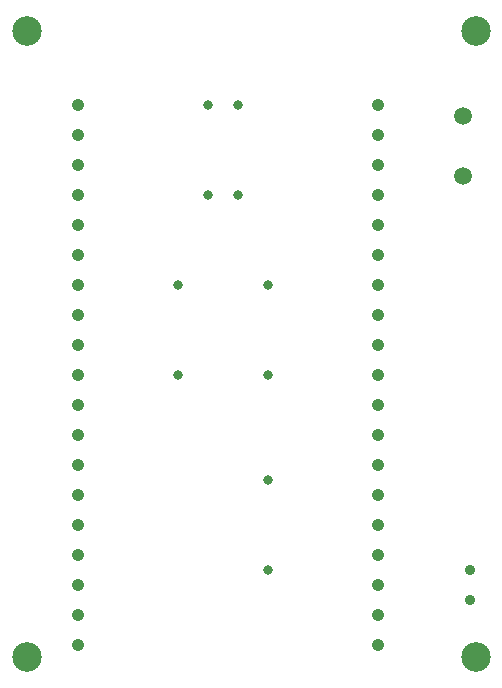
<source format=gbr>
%TF.GenerationSoftware,KiCad,Pcbnew,6.0.10+dfsg-1~bpo11+1*%
%TF.CreationDate,2023-02-14T21:12:36+00:00*%
%TF.ProjectId,Gazpar,47617a70-6172-42e6-9b69-6361645f7063,rev?*%
%TF.SameCoordinates,Original*%
%TF.FileFunction,Plated,1,2,PTH,Drill*%
%TF.FilePolarity,Positive*%
%FSLAX46Y46*%
G04 Gerber Fmt 4.6, Leading zero omitted, Abs format (unit mm)*
G04 Created by KiCad (PCBNEW 6.0.10+dfsg-1~bpo11+1) date 2023-02-14 21:12:36*
%MOMM*%
%LPD*%
G01*
G04 APERTURE LIST*
%TA.AperFunction,ComponentDrill*%
%ADD10C,0.800000*%
%TD*%
%TA.AperFunction,ComponentDrill*%
%ADD11C,0.900000*%
%TD*%
%TA.AperFunction,ComponentDrill*%
%ADD12C,1.040000*%
%TD*%
%TA.AperFunction,ComponentDrill*%
%ADD13C,1.520000*%
%TD*%
%TA.AperFunction,ComponentDrill*%
%ADD14C,2.500000*%
%TD*%
G04 APERTURE END LIST*
D10*
%TO.C,R1*%
X165842500Y-65480000D03*
%TO.C,D1*%
X165842500Y-73100000D03*
%TO.C,U1*%
X168377500Y-50240000D03*
X168377500Y-57860000D03*
X170917500Y-50240000D03*
X170917500Y-57860000D03*
%TO.C,R1*%
X173462500Y-65480000D03*
%TO.C,D1*%
X173462500Y-73100000D03*
%TO.C,R2*%
X173462500Y-81990000D03*
X173462500Y-89610000D03*
D11*
%TO.C,D2*%
X190570000Y-89610000D03*
X190570000Y-92150000D03*
D12*
%TO.C,U2*%
X157300000Y-50240000D03*
X157300000Y-52780000D03*
X157300000Y-55320000D03*
X157300000Y-57860000D03*
X157300000Y-60400000D03*
X157300000Y-62940000D03*
X157300000Y-65480000D03*
X157300000Y-68020000D03*
X157300000Y-70560000D03*
X157300000Y-73100000D03*
X157300000Y-75640000D03*
X157300000Y-78180000D03*
X157300000Y-80720000D03*
X157300000Y-83260000D03*
X157300000Y-85800000D03*
X157300000Y-88340000D03*
X157300000Y-90880000D03*
X157300000Y-93420000D03*
X157300000Y-95960000D03*
X182700000Y-50240000D03*
X182700000Y-52780000D03*
X182700000Y-55320000D03*
X182700000Y-57860000D03*
X182700000Y-60400000D03*
X182700000Y-62940000D03*
X182700000Y-65480000D03*
X182700000Y-68020000D03*
X182700000Y-70560000D03*
X182700000Y-73100000D03*
X182700000Y-75640000D03*
X182700000Y-78180000D03*
X182700000Y-80720000D03*
X182700000Y-83260000D03*
X182700000Y-85800000D03*
X182700000Y-88340000D03*
X182700000Y-90880000D03*
X182700000Y-93420000D03*
X182700000Y-95960000D03*
D13*
%TO.C,Gazpar1*%
X189935000Y-51180000D03*
X189935000Y-56260000D03*
D14*
%TO.C,H4*%
X153000000Y-44000000D03*
%TO.C,H1*%
X153000000Y-97000000D03*
%TO.C,H3*%
X191000000Y-44000000D03*
%TO.C,H2*%
X191000000Y-97000000D03*
M02*

</source>
